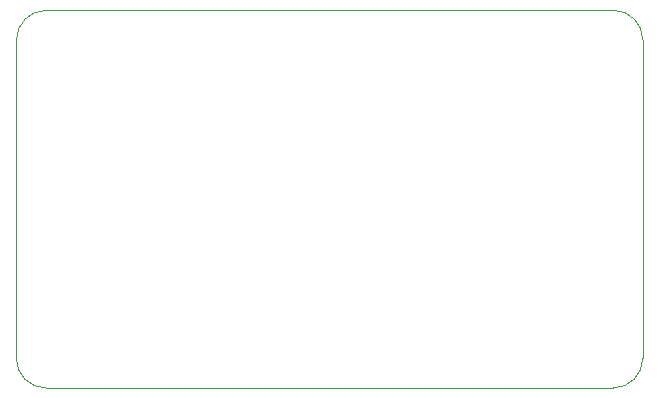
<source format=gm1>
G04 #@! TF.GenerationSoftware,KiCad,Pcbnew,9.0.0*
G04 #@! TF.CreationDate,2025-02-24T19:41:21+01:00*
G04 #@! TF.ProjectId,SourceFIle,536f7572-6365-4464-996c-652e6b696361,02*
G04 #@! TF.SameCoordinates,Original*
G04 #@! TF.FileFunction,Profile,NP*
%FSLAX46Y46*%
G04 Gerber Fmt 4.6, Leading zero omitted, Abs format (unit mm)*
G04 Created by KiCad (PCBNEW 9.0.0) date 2025-02-24 19:41:21*
%MOMM*%
%LPD*%
G01*
G04 APERTURE LIST*
G04 #@! TA.AperFunction,Profile*
%ADD10C,0.100000*%
G04 #@! TD*
G04 APERTURE END LIST*
D10*
X129757767Y-101392233D02*
G75*
G02*
X127257767Y-98892233I33J2500033D01*
G01*
X129775000Y-69425000D02*
X177807233Y-69417767D01*
X127275000Y-71925000D02*
G75*
G02*
X129775000Y-69425000I2500000J0D01*
G01*
X180302233Y-98892233D02*
G75*
G02*
X177802233Y-101392233I-2500033J33D01*
G01*
X177807233Y-69417767D02*
G75*
G02*
X180307233Y-71917767I-33J-2500033D01*
G01*
X177802233Y-101392233D02*
X129757767Y-101392233D01*
X127275000Y-71925000D02*
X127257767Y-98892233D01*
X180302233Y-98892233D02*
X180307233Y-71917767D01*
M02*

</source>
